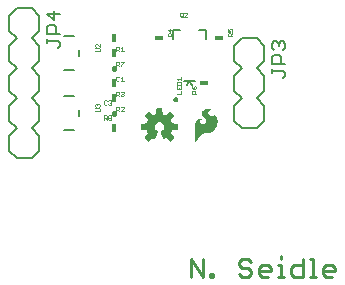
<source format=gbr>
G04 EAGLE Gerber RS-274X export*
G75*
%MOMM*%
%FSLAX34Y34*%
%LPD*%
%INSilkscreen Top*%
%IPPOS*%
%AMOC8*
5,1,8,0,0,1.08239X$1,22.5*%
G01*
%ADD10C,0.279400*%
%ADD11R,0.406400X0.711200*%
%ADD12C,0.025400*%
%ADD13C,0.203200*%
%ADD14C,0.406400*%
%ADD15R,0.711200X0.406400*%
%ADD16C,0.127000*%

G36*
X136320Y14116D02*
X136320Y14116D01*
X136428Y14126D01*
X136441Y14132D01*
X136455Y14134D01*
X136552Y14182D01*
X136651Y14227D01*
X136664Y14238D01*
X136673Y14242D01*
X136688Y14258D01*
X136765Y14320D01*
X139350Y16905D01*
X139413Y16994D01*
X139479Y17079D01*
X139484Y17092D01*
X139492Y17104D01*
X139523Y17207D01*
X139559Y17310D01*
X139559Y17324D01*
X139563Y17337D01*
X139559Y17445D01*
X139560Y17554D01*
X139555Y17567D01*
X139555Y17581D01*
X139517Y17683D01*
X139482Y17785D01*
X139473Y17800D01*
X139469Y17809D01*
X139455Y17826D01*
X139401Y17908D01*
X136637Y21298D01*
X137194Y22380D01*
X137200Y22400D01*
X137242Y22495D01*
X137613Y23654D01*
X141964Y24097D01*
X142068Y24125D01*
X142174Y24150D01*
X142186Y24157D01*
X142199Y24160D01*
X142289Y24221D01*
X142382Y24278D01*
X142390Y24289D01*
X142402Y24297D01*
X142468Y24383D01*
X142537Y24467D01*
X142541Y24480D01*
X142550Y24491D01*
X142584Y24594D01*
X142623Y24695D01*
X142624Y24713D01*
X142628Y24722D01*
X142628Y24744D01*
X142637Y24842D01*
X142637Y28498D01*
X142620Y28605D01*
X142606Y28713D01*
X142600Y28725D01*
X142598Y28739D01*
X142546Y28835D01*
X142499Y28932D01*
X142489Y28942D01*
X142483Y28954D01*
X142403Y29028D01*
X142327Y29105D01*
X142315Y29111D01*
X142305Y29121D01*
X142206Y29166D01*
X142109Y29214D01*
X142091Y29218D01*
X142082Y29222D01*
X142061Y29224D01*
X141964Y29243D01*
X137613Y29686D01*
X137242Y30845D01*
X137233Y30862D01*
X137231Y30870D01*
X137227Y30877D01*
X137194Y30960D01*
X136637Y32042D01*
X139401Y35432D01*
X139455Y35526D01*
X139512Y35618D01*
X139515Y35631D01*
X139522Y35643D01*
X139543Y35750D01*
X139568Y35855D01*
X139566Y35869D01*
X139569Y35883D01*
X139554Y35990D01*
X139544Y36098D01*
X139538Y36111D01*
X139536Y36125D01*
X139488Y36222D01*
X139443Y36321D01*
X139432Y36334D01*
X139428Y36343D01*
X139412Y36358D01*
X139350Y36435D01*
X136765Y39020D01*
X136676Y39083D01*
X136591Y39149D01*
X136578Y39154D01*
X136566Y39162D01*
X136463Y39193D01*
X136360Y39229D01*
X136346Y39229D01*
X136333Y39233D01*
X136225Y39229D01*
X136116Y39230D01*
X136103Y39225D01*
X136089Y39225D01*
X135987Y39187D01*
X135885Y39152D01*
X135870Y39143D01*
X135861Y39139D01*
X135844Y39125D01*
X135762Y39071D01*
X132372Y36307D01*
X131290Y36864D01*
X131270Y36870D01*
X131175Y36912D01*
X130016Y37283D01*
X129573Y41634D01*
X129545Y41738D01*
X129520Y41844D01*
X129513Y41856D01*
X129510Y41869D01*
X129449Y41959D01*
X129392Y42052D01*
X129381Y42060D01*
X129373Y42072D01*
X129287Y42138D01*
X129203Y42207D01*
X129190Y42211D01*
X129179Y42220D01*
X129076Y42254D01*
X128975Y42293D01*
X128957Y42294D01*
X128948Y42298D01*
X128926Y42298D01*
X128828Y42307D01*
X125172Y42307D01*
X125065Y42290D01*
X124957Y42276D01*
X124945Y42270D01*
X124931Y42268D01*
X124835Y42216D01*
X124738Y42169D01*
X124728Y42159D01*
X124716Y42153D01*
X124642Y42073D01*
X124565Y41997D01*
X124559Y41985D01*
X124549Y41975D01*
X124504Y41876D01*
X124456Y41779D01*
X124452Y41761D01*
X124448Y41752D01*
X124446Y41731D01*
X124427Y41634D01*
X123984Y37283D01*
X122825Y36912D01*
X122807Y36902D01*
X122710Y36864D01*
X121628Y36307D01*
X118238Y39071D01*
X118144Y39125D01*
X118052Y39182D01*
X118039Y39185D01*
X118027Y39192D01*
X117920Y39213D01*
X117815Y39238D01*
X117801Y39236D01*
X117787Y39239D01*
X117680Y39224D01*
X117572Y39214D01*
X117559Y39208D01*
X117546Y39206D01*
X117448Y39158D01*
X117349Y39113D01*
X117336Y39102D01*
X117327Y39098D01*
X117312Y39082D01*
X117235Y39020D01*
X114650Y36435D01*
X114587Y36346D01*
X114521Y36261D01*
X114516Y36248D01*
X114508Y36236D01*
X114477Y36133D01*
X114441Y36030D01*
X114441Y36016D01*
X114437Y36003D01*
X114441Y35895D01*
X114440Y35786D01*
X114445Y35773D01*
X114445Y35759D01*
X114483Y35657D01*
X114518Y35555D01*
X114527Y35540D01*
X114531Y35531D01*
X114545Y35514D01*
X114599Y35432D01*
X117363Y32042D01*
X116806Y30960D01*
X116800Y30940D01*
X116758Y30845D01*
X116387Y29686D01*
X112036Y29243D01*
X111932Y29215D01*
X111826Y29190D01*
X111814Y29183D01*
X111801Y29180D01*
X111711Y29119D01*
X111618Y29062D01*
X111610Y29051D01*
X111598Y29043D01*
X111532Y28957D01*
X111464Y28873D01*
X111459Y28860D01*
X111450Y28849D01*
X111416Y28746D01*
X111377Y28645D01*
X111376Y28627D01*
X111372Y28618D01*
X111373Y28596D01*
X111363Y28498D01*
X111363Y24842D01*
X111380Y24735D01*
X111394Y24627D01*
X111400Y24615D01*
X111402Y24601D01*
X111454Y24505D01*
X111501Y24408D01*
X111511Y24398D01*
X111517Y24386D01*
X111597Y24312D01*
X111673Y24235D01*
X111685Y24229D01*
X111696Y24219D01*
X111794Y24174D01*
X111891Y24126D01*
X111909Y24122D01*
X111918Y24118D01*
X111939Y24116D01*
X112036Y24097D01*
X116387Y23654D01*
X116758Y22495D01*
X116768Y22477D01*
X116806Y22380D01*
X117363Y21298D01*
X114599Y17908D01*
X114545Y17814D01*
X114488Y17722D01*
X114485Y17709D01*
X114478Y17697D01*
X114457Y17590D01*
X114432Y17485D01*
X114434Y17471D01*
X114431Y17457D01*
X114446Y17350D01*
X114456Y17242D01*
X114462Y17229D01*
X114464Y17216D01*
X114512Y17118D01*
X114557Y17019D01*
X114568Y17006D01*
X114572Y16997D01*
X114588Y16982D01*
X114650Y16905D01*
X117235Y14320D01*
X117324Y14257D01*
X117409Y14191D01*
X117422Y14186D01*
X117434Y14178D01*
X117537Y14147D01*
X117640Y14111D01*
X117654Y14111D01*
X117667Y14107D01*
X117775Y14111D01*
X117884Y14110D01*
X117897Y14115D01*
X117911Y14115D01*
X118013Y14153D01*
X118115Y14188D01*
X118130Y14197D01*
X118139Y14201D01*
X118156Y14215D01*
X118238Y14269D01*
X121628Y17033D01*
X122710Y16476D01*
X122763Y16459D01*
X122812Y16433D01*
X122878Y16422D01*
X122942Y16401D01*
X122998Y16402D01*
X123052Y16393D01*
X123119Y16404D01*
X123186Y16405D01*
X123238Y16423D01*
X123293Y16432D01*
X123353Y16464D01*
X123416Y16487D01*
X123459Y16521D01*
X123509Y16547D01*
X123555Y16596D01*
X123607Y16638D01*
X123638Y16685D01*
X123676Y16725D01*
X123732Y16830D01*
X123740Y16843D01*
X123741Y16848D01*
X123745Y16855D01*
X125898Y22052D01*
X125918Y22136D01*
X125923Y22148D01*
X125925Y22164D01*
X125950Y22250D01*
X125949Y22270D01*
X125954Y22290D01*
X125946Y22372D01*
X125947Y22391D01*
X125943Y22411D01*
X125939Y22494D01*
X125932Y22513D01*
X125930Y22533D01*
X125898Y22602D01*
X125892Y22629D01*
X125877Y22653D01*
X125850Y22722D01*
X125837Y22737D01*
X125829Y22755D01*
X125784Y22804D01*
X125764Y22836D01*
X125732Y22862D01*
X125693Y22908D01*
X125672Y22923D01*
X125662Y22933D01*
X125641Y22945D01*
X125578Y22989D01*
X125575Y22991D01*
X125574Y22991D01*
X125572Y22993D01*
X124688Y23488D01*
X124009Y24115D01*
X123495Y24884D01*
X123175Y25752D01*
X123067Y26669D01*
X123180Y27604D01*
X123511Y28485D01*
X124043Y29262D01*
X124744Y29891D01*
X125574Y30334D01*
X126486Y30568D01*
X127428Y30578D01*
X128344Y30364D01*
X129184Y29939D01*
X129898Y29326D01*
X130447Y28561D01*
X130798Y27687D01*
X130931Y26755D01*
X130839Y25818D01*
X130527Y24930D01*
X130012Y24142D01*
X129325Y23498D01*
X128426Y22992D01*
X128386Y22959D01*
X128344Y22937D01*
X128313Y22904D01*
X128265Y22869D01*
X128252Y22852D01*
X128236Y22839D01*
X128201Y22785D01*
X128177Y22759D01*
X128164Y22728D01*
X128122Y22671D01*
X128116Y22651D01*
X128105Y22633D01*
X128087Y22560D01*
X128077Y22537D01*
X128074Y22513D01*
X128051Y22438D01*
X128052Y22417D01*
X128047Y22396D01*
X128054Y22312D01*
X128053Y22294D01*
X128056Y22278D01*
X128059Y22194D01*
X128067Y22168D01*
X128068Y22153D01*
X128078Y22131D01*
X128102Y22052D01*
X128410Y21307D01*
X128411Y21307D01*
X128721Y20558D01*
X129031Y19809D01*
X129031Y19808D01*
X129342Y19060D01*
X129342Y19059D01*
X129652Y18310D01*
X129962Y17561D01*
X129963Y17561D01*
X130255Y16855D01*
X130284Y16808D01*
X130305Y16756D01*
X130348Y16705D01*
X130384Y16648D01*
X130427Y16613D01*
X130463Y16570D01*
X130520Y16536D01*
X130572Y16493D01*
X130624Y16474D01*
X130672Y16445D01*
X130738Y16431D01*
X130801Y16407D01*
X130856Y16405D01*
X130910Y16394D01*
X130977Y16401D01*
X131044Y16399D01*
X131098Y16415D01*
X131153Y16422D01*
X131264Y16466D01*
X131278Y16470D01*
X131282Y16473D01*
X131290Y16476D01*
X132372Y17033D01*
X135762Y14269D01*
X135856Y14215D01*
X135948Y14158D01*
X135961Y14155D01*
X135973Y14148D01*
X136080Y14127D01*
X136185Y14102D01*
X136199Y14104D01*
X136213Y14101D01*
X136320Y14116D01*
G37*
G36*
X157490Y13871D02*
X157490Y13871D01*
X157494Y13869D01*
X157564Y13905D01*
X157574Y13910D01*
X157575Y13911D01*
X162447Y19393D01*
X163301Y20175D01*
X164291Y20764D01*
X164642Y20891D01*
X165010Y20956D01*
X167285Y20956D01*
X167290Y20958D01*
X167296Y20956D01*
X168660Y21080D01*
X168670Y21086D01*
X168682Y21084D01*
X170001Y21452D01*
X170009Y21460D01*
X170022Y21461D01*
X171252Y22061D01*
X171259Y22068D01*
X171270Y22071D01*
X172427Y22888D01*
X172432Y22896D01*
X172441Y22899D01*
X173472Y23871D01*
X173475Y23879D01*
X173481Y23881D01*
X173482Y23883D01*
X173484Y23884D01*
X174369Y24991D01*
X174371Y25001D01*
X174380Y25008D01*
X175327Y26689D01*
X175328Y26700D01*
X175336Y26710D01*
X175964Y28534D01*
X175963Y28545D01*
X175970Y28556D01*
X176258Y30463D01*
X176255Y30474D01*
X176260Y30486D01*
X176258Y30538D01*
X176250Y30790D01*
X176246Y30916D01*
X176246Y30917D01*
X176238Y31169D01*
X176230Y31422D01*
X176226Y31548D01*
X176218Y31800D01*
X176207Y32179D01*
X176199Y32414D01*
X176195Y32423D01*
X176197Y32435D01*
X175990Y33474D01*
X175985Y33482D01*
X175985Y33493D01*
X175627Y34490D01*
X175621Y34497D01*
X175620Y34508D01*
X175118Y35442D01*
X175109Y35449D01*
X175106Y35461D01*
X174199Y36598D01*
X174188Y36604D01*
X174181Y36617D01*
X173055Y37538D01*
X173012Y37550D01*
X172971Y37566D01*
X172966Y37564D01*
X172960Y37565D01*
X172922Y37544D01*
X172882Y37525D01*
X172879Y37519D01*
X172875Y37517D01*
X172867Y37488D01*
X172849Y37440D01*
X172849Y36560D01*
X172833Y36440D01*
X172789Y36337D01*
X172515Y35997D01*
X172154Y35749D01*
X171980Y35684D01*
X171442Y35626D01*
X170912Y35724D01*
X170424Y35973D01*
X169522Y36624D01*
X169110Y36978D01*
X168759Y37388D01*
X168476Y37846D01*
X168270Y38340D01*
X168211Y38640D01*
X168223Y38943D01*
X168380Y39462D01*
X168666Y39922D01*
X169061Y40292D01*
X169542Y40547D01*
X170032Y40686D01*
X170543Y40743D01*
X171146Y40743D01*
X171147Y40743D01*
X171169Y40752D01*
X171237Y40781D01*
X171272Y40873D01*
X171268Y40882D01*
X171234Y40958D01*
X171232Y40961D01*
X171231Y40962D01*
X171230Y40963D01*
X171209Y40983D01*
X171202Y40986D01*
X171198Y40994D01*
X170763Y41332D01*
X170748Y41336D01*
X170736Y41348D01*
X170232Y41569D01*
X170231Y41569D01*
X169875Y41721D01*
X169647Y41822D01*
X169637Y41823D01*
X169627Y41829D01*
X168749Y42049D01*
X168740Y42048D01*
X168730Y42052D01*
X167830Y42138D01*
X167820Y42134D01*
X167808Y42138D01*
X166940Y42072D01*
X166929Y42066D01*
X166916Y42067D01*
X166076Y41836D01*
X166066Y41828D01*
X166053Y41827D01*
X165273Y41439D01*
X165266Y41431D01*
X165255Y41428D01*
X164478Y40868D01*
X164474Y40861D01*
X164465Y40857D01*
X163769Y40199D01*
X163764Y40188D01*
X163753Y40180D01*
X163322Y39577D01*
X163319Y39562D01*
X163307Y39549D01*
X163040Y38857D01*
X163040Y38841D01*
X163032Y38826D01*
X162945Y38089D01*
X162950Y38074D01*
X162946Y38057D01*
X163045Y37322D01*
X163053Y37309D01*
X163053Y37292D01*
X163333Y36604D01*
X163342Y36595D01*
X163345Y36581D01*
X164532Y34823D01*
X164540Y34818D01*
X164544Y34807D01*
X165997Y33266D01*
X166367Y32831D01*
X166607Y32328D01*
X166709Y31780D01*
X166666Y31224D01*
X166480Y30699D01*
X166165Y30239D01*
X165740Y29874D01*
X165197Y29581D01*
X164611Y29383D01*
X164001Y29286D01*
X163290Y29321D01*
X162612Y29528D01*
X162006Y29893D01*
X161693Y30221D01*
X161487Y30625D01*
X161394Y31041D01*
X161394Y31469D01*
X161487Y31884D01*
X161559Y32022D01*
X161677Y32136D01*
X162501Y32735D01*
X162634Y32806D01*
X162772Y32834D01*
X162930Y32818D01*
X162973Y32832D01*
X163018Y32843D01*
X163020Y32847D01*
X163024Y32848D01*
X163044Y32889D01*
X163067Y32928D01*
X163066Y32932D01*
X163068Y32936D01*
X163053Y32979D01*
X163040Y33023D01*
X163037Y33025D01*
X163036Y33029D01*
X162998Y33048D01*
X162962Y33069D01*
X162479Y33145D01*
X162474Y33144D01*
X162469Y33146D01*
X161529Y33219D01*
X161520Y33216D01*
X161509Y33219D01*
X160569Y33146D01*
X160559Y33141D01*
X160547Y33142D01*
X159848Y32958D01*
X159838Y32950D01*
X159824Y32949D01*
X159176Y32628D01*
X159168Y32619D01*
X159154Y32615D01*
X158584Y32170D01*
X158578Y32159D01*
X158566Y32153D01*
X158096Y31603D01*
X158092Y31591D01*
X158081Y31582D01*
X157680Y30850D01*
X157679Y30837D01*
X157670Y30826D01*
X157430Y30027D01*
X157431Y30014D01*
X157425Y30001D01*
X157355Y29170D01*
X157357Y29164D01*
X157355Y29159D01*
X157355Y13995D01*
X157357Y13990D01*
X157355Y13986D01*
X157376Y13946D01*
X157393Y13904D01*
X157398Y13903D01*
X157400Y13898D01*
X157443Y13885D01*
X157485Y13869D01*
X157490Y13871D01*
G37*
D10*
X153797Y-100203D02*
X153797Y-85204D01*
X163796Y-100203D01*
X163796Y-85204D01*
X170169Y-97703D02*
X170169Y-100203D01*
X170169Y-97703D02*
X172668Y-97703D01*
X172668Y-100203D01*
X170169Y-100203D01*
X202225Y-85204D02*
X204725Y-87704D01*
X202225Y-85204D02*
X197226Y-85204D01*
X194726Y-87704D01*
X194726Y-90204D01*
X197226Y-92704D01*
X202225Y-92704D01*
X204725Y-95203D01*
X204725Y-97703D01*
X202225Y-100203D01*
X197226Y-100203D01*
X194726Y-97703D01*
X213597Y-100203D02*
X218597Y-100203D01*
X213597Y-100203D02*
X211097Y-97703D01*
X211097Y-92704D01*
X213597Y-90204D01*
X218597Y-90204D01*
X221097Y-92704D01*
X221097Y-95203D01*
X211097Y-95203D01*
X227469Y-90204D02*
X229969Y-90204D01*
X229969Y-100203D01*
X227469Y-100203D02*
X232469Y-100203D01*
X229969Y-85204D02*
X229969Y-82704D01*
X248383Y-85204D02*
X248383Y-100203D01*
X240883Y-100203D01*
X238383Y-97703D01*
X238383Y-92704D01*
X240883Y-90204D01*
X248383Y-90204D01*
X254755Y-85204D02*
X257255Y-85204D01*
X257255Y-100203D01*
X254755Y-100203D02*
X259755Y-100203D01*
X268169Y-100203D02*
X273169Y-100203D01*
X268169Y-100203D02*
X265669Y-97703D01*
X265669Y-92704D01*
X268169Y-90204D01*
X273169Y-90204D01*
X275669Y-92704D01*
X275669Y-95203D01*
X265669Y-95203D01*
D11*
X88900Y101600D03*
D12*
X90433Y94491D02*
X90433Y90678D01*
X90433Y94491D02*
X92339Y94491D01*
X92975Y93856D01*
X92975Y92585D01*
X92339Y91949D01*
X90433Y91949D01*
X91704Y91949D02*
X92975Y90678D01*
X94175Y93220D02*
X95446Y94491D01*
X95446Y90678D01*
X94175Y90678D02*
X96717Y90678D01*
D11*
X88900Y50800D03*
D12*
X90433Y43691D02*
X90433Y39878D01*
X90433Y43691D02*
X92339Y43691D01*
X92975Y43056D01*
X92975Y41785D01*
X92339Y41149D01*
X90433Y41149D01*
X91704Y41149D02*
X92975Y39878D01*
X94175Y39878D02*
X96717Y39878D01*
X94175Y39878D02*
X96717Y42420D01*
X96717Y43056D01*
X96082Y43691D01*
X94810Y43691D01*
X94175Y43056D01*
D11*
X88900Y63500D03*
D12*
X90433Y56391D02*
X90433Y52578D01*
X90433Y56391D02*
X92339Y56391D01*
X92975Y55756D01*
X92975Y54485D01*
X92339Y53849D01*
X90433Y53849D01*
X91704Y53849D02*
X92975Y52578D01*
X94175Y55756D02*
X94810Y56391D01*
X96082Y56391D01*
X96717Y55756D01*
X96717Y55120D01*
X96082Y54485D01*
X95446Y54485D01*
X96082Y54485D02*
X96717Y53849D01*
X96717Y53214D01*
X96082Y52578D01*
X94810Y52578D01*
X94175Y53214D01*
D13*
X55094Y74676D02*
X46506Y74676D01*
X46506Y103124D02*
X55094Y103124D01*
X58904Y91584D02*
X58904Y86216D01*
D12*
X72514Y90433D02*
X75691Y90433D01*
X76327Y91068D01*
X76327Y92339D01*
X75691Y92975D01*
X72514Y92975D01*
X76327Y94175D02*
X76327Y96717D01*
X76327Y94175D02*
X73785Y96717D01*
X73149Y96717D01*
X72514Y96082D01*
X72514Y94810D01*
X73149Y94175D01*
D13*
X55094Y23876D02*
X46506Y23876D01*
X46506Y52324D02*
X55094Y52324D01*
X58904Y40784D02*
X58904Y35416D01*
D12*
X72514Y39633D02*
X75691Y39633D01*
X76327Y40268D01*
X76327Y41539D01*
X75691Y42175D01*
X72514Y42175D01*
X73149Y43375D02*
X72514Y44010D01*
X72514Y45282D01*
X73149Y45917D01*
X73785Y45917D01*
X74420Y45282D01*
X74420Y44646D01*
X74420Y45282D02*
X75056Y45917D01*
X75691Y45917D01*
X76327Y45282D01*
X76327Y44010D01*
X75691Y43375D01*
D14*
X88900Y75895D02*
X88900Y76505D01*
D12*
X92339Y69091D02*
X92975Y68456D01*
X92339Y69091D02*
X91068Y69091D01*
X90433Y68456D01*
X90433Y65914D01*
X91068Y65278D01*
X92339Y65278D01*
X92975Y65914D01*
X94175Y67820D02*
X95446Y69091D01*
X95446Y65278D01*
X94175Y65278D02*
X96717Y65278D01*
D14*
X88900Y38405D02*
X88900Y37795D01*
D12*
X82679Y48390D02*
X82044Y49025D01*
X80773Y49025D01*
X80137Y48390D01*
X80137Y45848D01*
X80773Y45212D01*
X82044Y45212D01*
X82679Y45848D01*
X83879Y48390D02*
X84515Y49025D01*
X85786Y49025D01*
X86421Y48390D01*
X86421Y47754D01*
X85786Y47119D01*
X85150Y47119D01*
X85786Y47119D02*
X86421Y46483D01*
X86421Y45848D01*
X85786Y45212D01*
X84515Y45212D01*
X83879Y45848D01*
D13*
X152400Y65200D02*
X157000Y65200D01*
X152400Y65200D02*
X147800Y65200D01*
X152400Y65200D02*
X154738Y62100D01*
X152146Y65046D02*
X150216Y62100D01*
D12*
X145288Y54737D02*
X141475Y54737D01*
X145288Y54737D02*
X145288Y57279D01*
X141475Y58479D02*
X141475Y61021D01*
X141475Y58479D02*
X145288Y58479D01*
X145288Y61021D01*
X143381Y59750D02*
X143381Y58479D01*
X141475Y62221D02*
X145288Y62221D01*
X145288Y64128D01*
X144652Y64763D01*
X142110Y64763D01*
X141475Y64128D01*
X141475Y62221D01*
X142746Y65963D02*
X141475Y67234D01*
X145288Y67234D01*
X145288Y65963D02*
X145288Y68505D01*
D15*
X127000Y101600D03*
D12*
X134109Y103133D02*
X137922Y103133D01*
X134109Y103133D02*
X134109Y105039D01*
X134744Y105675D01*
X136015Y105675D01*
X136651Y105039D01*
X136651Y103133D01*
X136651Y104404D02*
X137922Y105675D01*
X137922Y108782D02*
X134109Y108782D01*
X136015Y106875D01*
X136015Y109417D01*
D15*
X177800Y101600D03*
D12*
X184909Y103133D02*
X188722Y103133D01*
X184909Y103133D02*
X184909Y105039D01*
X185544Y105675D01*
X186815Y105675D01*
X187451Y105039D01*
X187451Y103133D01*
X187451Y104404D02*
X188722Y105675D01*
X184909Y106875D02*
X184909Y109417D01*
X184909Y106875D02*
X186815Y106875D01*
X186180Y108146D01*
X186180Y108782D01*
X186815Y109417D01*
X188086Y109417D01*
X188722Y108782D01*
X188722Y107510D01*
X188086Y106875D01*
D15*
X165100Y63500D03*
D12*
X157988Y54737D02*
X154175Y54737D01*
X154175Y56644D01*
X154810Y57279D01*
X156081Y57279D01*
X156717Y56644D01*
X156717Y54737D01*
X156717Y56008D02*
X157988Y57279D01*
X154810Y59750D02*
X154175Y61021D01*
X154810Y59750D02*
X156081Y58479D01*
X157352Y58479D01*
X157988Y59115D01*
X157988Y60386D01*
X157352Y61021D01*
X156717Y61021D01*
X156081Y60386D01*
X156081Y58479D01*
D13*
X209550Y50800D02*
X215900Y44450D01*
X215900Y31750D01*
X209550Y25400D01*
X196850Y25400D02*
X190500Y31750D01*
X190500Y44450D01*
X196850Y50800D01*
X215900Y82550D02*
X215900Y95250D01*
X215900Y82550D02*
X209550Y76200D01*
X196850Y76200D02*
X190500Y82550D01*
X209550Y76200D02*
X215900Y69850D01*
X215900Y57150D01*
X209550Y50800D01*
X196850Y50800D02*
X190500Y57150D01*
X190500Y69850D01*
X196850Y76200D01*
X196850Y101600D02*
X209550Y101600D01*
X215900Y95250D01*
X196850Y101600D02*
X190500Y95250D01*
X190500Y82550D01*
X196850Y25400D02*
X209550Y25400D01*
D16*
X231646Y67915D02*
X233553Y69822D01*
X233553Y71728D01*
X231646Y73635D01*
X222113Y73635D01*
X222113Y71728D02*
X222113Y75542D01*
X222113Y79609D02*
X233553Y79609D01*
X222113Y79609D02*
X222113Y85329D01*
X224020Y87236D01*
X227833Y87236D01*
X229740Y85329D01*
X229740Y79609D01*
X224020Y91303D02*
X222113Y93210D01*
X222113Y97023D01*
X224020Y98929D01*
X225927Y98929D01*
X227833Y97023D01*
X227833Y95116D01*
X227833Y97023D02*
X229740Y98929D01*
X231646Y98929D01*
X233553Y97023D01*
X233553Y93210D01*
X231646Y91303D01*
D11*
X88900Y88900D03*
D12*
X90433Y81791D02*
X90433Y77978D01*
X90433Y81791D02*
X92339Y81791D01*
X92975Y81156D01*
X92975Y79885D01*
X92339Y79249D01*
X90433Y79249D01*
X91704Y79249D02*
X92975Y77978D01*
X94175Y81791D02*
X96717Y81791D01*
X96717Y81156D01*
X94175Y78614D01*
X94175Y77978D01*
D11*
X88900Y25400D03*
D12*
X80137Y32512D02*
X80137Y36325D01*
X82044Y36325D01*
X82679Y35690D01*
X82679Y34419D01*
X82044Y33783D01*
X80137Y33783D01*
X81408Y33783D02*
X82679Y32512D01*
X83879Y35690D02*
X84515Y36325D01*
X85786Y36325D01*
X86421Y35690D01*
X86421Y35054D01*
X85786Y34419D01*
X86421Y33783D01*
X86421Y33148D01*
X85786Y32512D01*
X84515Y32512D01*
X83879Y33148D01*
X83879Y33783D01*
X84515Y34419D01*
X83879Y35054D01*
X83879Y35690D01*
X84515Y34419D02*
X85786Y34419D01*
D13*
X138400Y108600D02*
X144400Y108600D01*
X138400Y108600D02*
X138400Y100600D01*
X160400Y108600D02*
X166400Y108600D01*
X166400Y100600D01*
D12*
X144272Y120143D02*
X144272Y122685D01*
X144908Y123320D01*
X146179Y123320D01*
X146814Y122685D01*
X146814Y120143D01*
X146179Y119507D01*
X144908Y119507D01*
X144272Y120143D01*
X145543Y120778D02*
X146814Y119507D01*
X148014Y119507D02*
X150556Y119507D01*
X148014Y119507D02*
X150556Y122049D01*
X150556Y122685D01*
X149921Y123320D01*
X148650Y123320D01*
X148014Y122685D01*
D13*
X25400Y44450D02*
X25400Y31750D01*
X19050Y25400D01*
X6350Y25400D02*
X0Y31750D01*
X19050Y25400D02*
X25400Y19050D01*
X25400Y6350D01*
X19050Y0D01*
X6350Y0D02*
X0Y6350D01*
X0Y19050D01*
X6350Y25400D01*
X25400Y69850D02*
X19050Y76200D01*
X25400Y69850D02*
X25400Y57150D01*
X19050Y50800D01*
X6350Y50800D02*
X0Y57150D01*
X0Y69850D01*
X6350Y76200D01*
X19050Y50800D02*
X25400Y44450D01*
X6350Y50800D02*
X0Y44450D01*
X0Y31750D01*
X25400Y107950D02*
X25400Y120650D01*
X25400Y107950D02*
X19050Y101600D01*
X6350Y101600D02*
X0Y107950D01*
X19050Y101600D02*
X25400Y95250D01*
X25400Y82550D01*
X19050Y76200D01*
X6350Y76200D02*
X0Y82550D01*
X0Y95250D01*
X6350Y101600D01*
X6350Y127000D02*
X19050Y127000D01*
X25400Y120650D01*
X6350Y127000D02*
X0Y120650D01*
X0Y107950D01*
X6350Y0D02*
X19050Y0D01*
D16*
X41146Y93315D02*
X43053Y95222D01*
X43053Y97128D01*
X41146Y99035D01*
X31613Y99035D01*
X31613Y97128D02*
X31613Y100942D01*
X31613Y105009D02*
X43053Y105009D01*
X31613Y105009D02*
X31613Y110729D01*
X33520Y112636D01*
X37333Y112636D01*
X39240Y110729D01*
X39240Y105009D01*
X43053Y122423D02*
X31613Y122423D01*
X37333Y116703D01*
X37333Y124329D01*
D13*
X139700Y49530D02*
X139702Y49601D01*
X139708Y49672D01*
X139718Y49743D01*
X139732Y49813D01*
X139750Y49882D01*
X139771Y49949D01*
X139797Y50016D01*
X139826Y50081D01*
X139858Y50144D01*
X139895Y50206D01*
X139934Y50265D01*
X139977Y50322D01*
X140023Y50376D01*
X140072Y50428D01*
X140124Y50477D01*
X140178Y50523D01*
X140235Y50566D01*
X140294Y50605D01*
X140356Y50642D01*
X140419Y50674D01*
X140484Y50703D01*
X140551Y50729D01*
X140618Y50750D01*
X140687Y50768D01*
X140757Y50782D01*
X140828Y50792D01*
X140899Y50798D01*
X140970Y50800D01*
X141041Y50798D01*
X141112Y50792D01*
X141183Y50782D01*
X141253Y50768D01*
X141322Y50750D01*
X141389Y50729D01*
X141456Y50703D01*
X141521Y50674D01*
X141584Y50642D01*
X141646Y50605D01*
X141705Y50566D01*
X141762Y50523D01*
X141816Y50477D01*
X141868Y50428D01*
X141917Y50376D01*
X141963Y50322D01*
X142006Y50265D01*
X142045Y50206D01*
X142082Y50144D01*
X142114Y50081D01*
X142143Y50016D01*
X142169Y49949D01*
X142190Y49882D01*
X142208Y49813D01*
X142222Y49743D01*
X142232Y49672D01*
X142238Y49601D01*
X142240Y49530D01*
X142238Y49459D01*
X142232Y49388D01*
X142222Y49317D01*
X142208Y49247D01*
X142190Y49178D01*
X142169Y49111D01*
X142143Y49044D01*
X142114Y48979D01*
X142082Y48916D01*
X142045Y48854D01*
X142006Y48795D01*
X141963Y48738D01*
X141917Y48684D01*
X141868Y48632D01*
X141816Y48583D01*
X141762Y48537D01*
X141705Y48494D01*
X141646Y48455D01*
X141584Y48418D01*
X141521Y48386D01*
X141456Y48357D01*
X141389Y48331D01*
X141322Y48310D01*
X141253Y48292D01*
X141183Y48278D01*
X141112Y48268D01*
X141041Y48262D01*
X140970Y48260D01*
X140899Y48262D01*
X140828Y48268D01*
X140757Y48278D01*
X140687Y48292D01*
X140618Y48310D01*
X140551Y48331D01*
X140484Y48357D01*
X140419Y48386D01*
X140356Y48418D01*
X140294Y48455D01*
X140235Y48494D01*
X140178Y48537D01*
X140124Y48583D01*
X140072Y48632D01*
X140023Y48684D01*
X139977Y48738D01*
X139934Y48795D01*
X139895Y48854D01*
X139858Y48916D01*
X139826Y48979D01*
X139797Y49044D01*
X139771Y49111D01*
X139750Y49178D01*
X139732Y49247D01*
X139718Y49317D01*
X139708Y49388D01*
X139702Y49459D01*
X139700Y49530D01*
M02*

</source>
